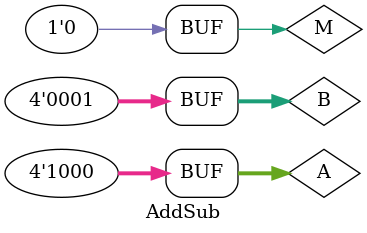
<source format=v>
`include "full_adder.v"

module AddSub;


reg [3:0] A,B;
reg M;
wire [3:0] S;
wire C,V;


full_adder addsub(S,C,V,A,B,M);

initial
begin
$monitor($time," S = %d , C = %d , V = %d , A = %d , B = %d , M = %d ",S,C,V,A,B,M);
A = 4'd2;B = 4'd3; M = 1'b0;
#100 A = 4'd3;B = 4'd2; M = 1'b1;
#200 A = 4'd8;B = 4'd1; M = 1'b1;
#300 A = 4'd8;B = 4'd1; M = 1'b0;
end




endmodule
</source>
